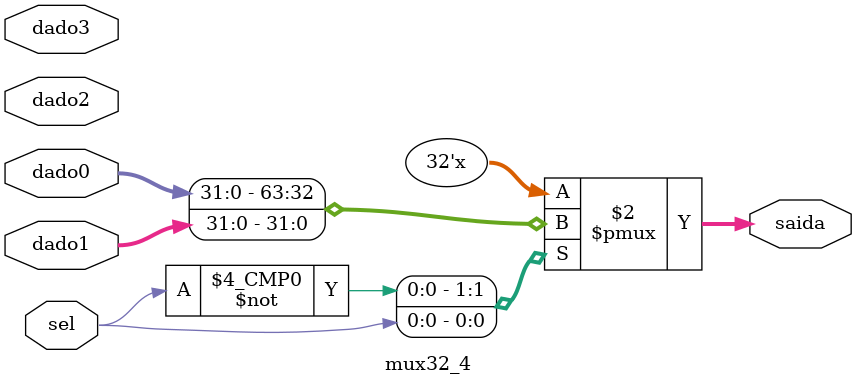
<source format=v>
module mux32_4(
	input sel,
	input [31:0] dado0,dado1,dado2,dado3,
	output reg [31:0] saida
	);
	
	always @(*)
		case (sel)
			2'b00: saida = dado0;
			2'b01: saida = dado1;
			2'b10: saida = dado2;
			2'b11: saida = dado3;
			default: saida = 32'b0;
		endcase
			
endmodule
</source>
